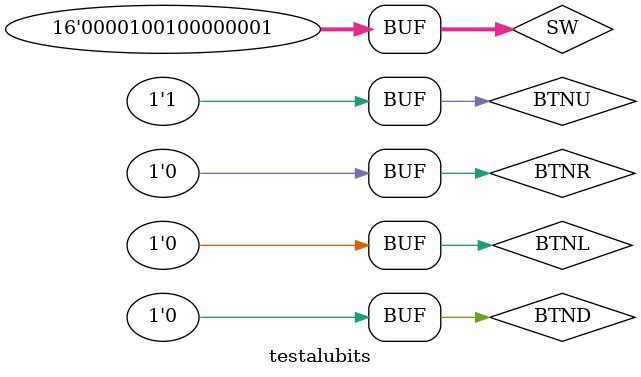
<source format=sv>
`timescale 1ns / 1ps


module testalubits(

    );
    logic BTNU,BTND,BTNL,BTNR,invalido;
    logic [15:0]SW;
    logic [7:0]over,resultado;
    alubits #(8)U0(.botones({BTNU,BTND,BTNL,BTNR}),.A(SW[7:0]),.B(SW[15:8]),.salida(resultado),.invalido(invalido),.over(over));
    initial begin
        {BTNU,BTND,BTNL,BTNR}=4'b1000;
        SW[15:8]=8'b11111111;
        SW[7:0]=8'b11111111;
        #5
        
        SW[15:8]=8'b00001001;
        SW[7:0]=8'b00000001;
    end
endmodule

</source>
